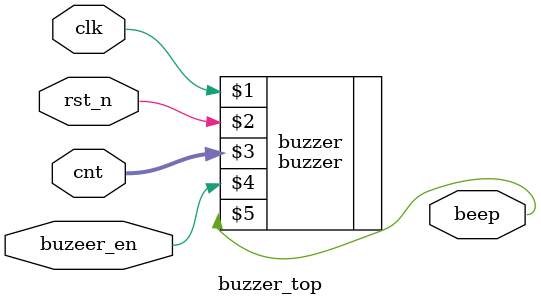
<source format=v>
`timescale 1ns/1ps


module buzzer_top(
    input wire clk,
    input wire rst_n,
    input wire [5:0] cnt,
    input buzeer_en,
    output wire beep
);

    buzzer buzzer(clk, rst_n, cnt, buzeer_en, beep);
endmodule: buzzer_top

</source>
